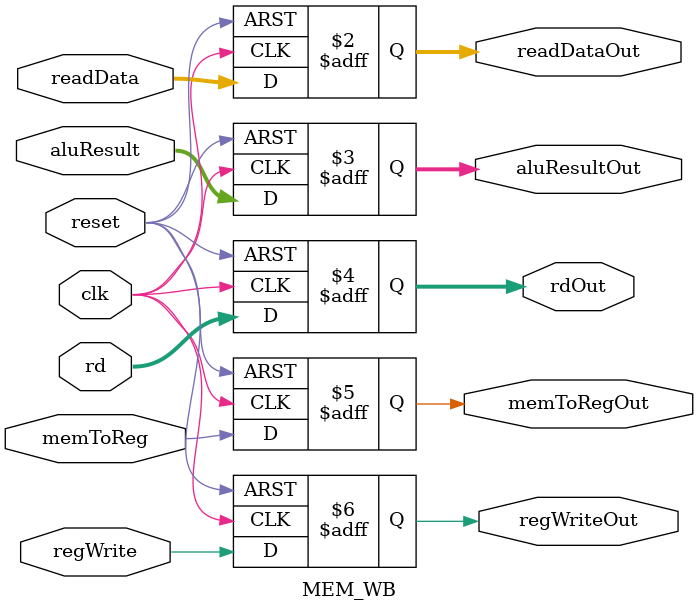
<source format=v>
module MEM_WB(
    input clk, reset,

    input [31:0] readData,
    input [31:0] aluResult,
    input [4:0] rd,

    input memToReg,
    input regWrite,

    output reg [31:0] readDataOut,
    output reg [31:0] aluResultOut,
    output reg [4:0] rdOut,

    output reg memToRegOut,
    output reg regWriteOut
);

always @(posedge clk or posedge reset) begin
    if (reset) begin
        readDataOut <= 0;
        aluResultOut <= 0;
        rdOut <= 0;
        memToRegOut <= 0;
        regWriteOut <= 0;
    end else begin
        readDataOut <= readData;
        aluResultOut <= aluResult;
        rdOut <= rd;
        memToRegOut <= memToReg;
        regWriteOut <= regWrite;
    end
end

endmodule
</source>
